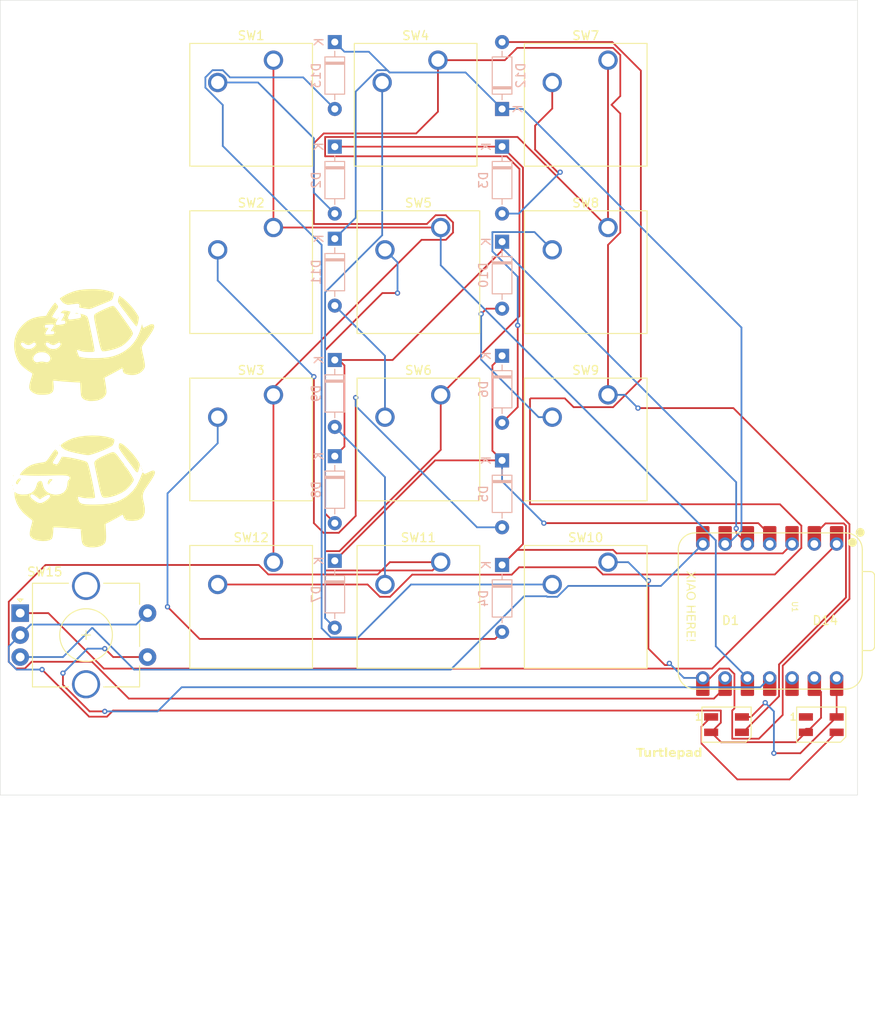
<source format=kicad_pcb>
(kicad_pcb (version 20240108) (generator "pcbnew") (generator_version "8.0")
  (layers (0 "F.Cu" signal) (31 "B.Cu" signal) (34 "B.Paste" user) (35 "F.Paste" user) (36 "B.SilkS" user "B.Silkscreen") (37 "F.SilkS" user "F.Silkscreen") (38 "B.Mask" user) (39 "F.Mask" user) (44 "Edge.Cuts" user))
  (net 0 "")
  (net 1 "Net-(D1-DOUT)")
  (net 2 "+5V")
  (net 3 "Net-(D1-DIN)")
  (net 4 "Net-(D2-K)")
  (net 5 "Net-(D2-A)")
  (net 6 "Net-(D3-A)")
  (net 7 "Net-(D4-A)")
  (net 8 "Net-(D5-A)")
  (net 9 "Net-(D5-K)")
  (net 10 "Net-(D6-A)")
  (net 11 "Net-(D7-A)")
  (net 12 "Net-(D8-A)")
  (net 13 "Net-(D10-K)")
  (net 14 "Net-(D9-A)")
  (net 15 "Net-(D10-A)")
  (net 16 "Net-(D11-A)")
  (net 17 "Net-(D11-K)")
  (net 18 "Net-(D12-A)")
  (net 19 "Net-(D13-A)")
  (net 21 "Net-(U1-GPIO4{slash}MISO)")
  (net 22 "Net-(U1-GPIO1{slash}RX)")
  (net 23 "Net-(U1-GPIO2{slash}SCK)")
  (net 24 "Net-(U1-GPIO26{slash}ADC0{slash}A0)")
  (net 25 "Net-(U1-GPIO3{slash}MOSI)")
  (net 26 "Net-(U1-GPIO0{slash}TX)")
  (net 28 "GND")
  (footprint "Button_Switch_Keyboard:SW_Cherry_MX_1.00u_PCB" (layer "F.Cu") (at 131.1275 68.73875)
    (property "Reference" "SW8" (at -2.54 -2.794 0) (layer "F.SilkS"))
    (property "Value" "SW_Push")
    (pad "" np_thru_hole circle (at -7.62 5.08) (size 1.7 1.7) (drill 1.7) (layers "*.Cu" "*.Mask"))
    (pad "" np_thru_hole circle (at -2.54 5.08) (size 4 4) (drill 4) (layers "*.Cu" "*.Mask"))
    (pad "" np_thru_hole circle (at 2.54 5.08) (size 1.7 1.7) (drill 1.7) (layers "*.Cu" "*.Mask"))
    (pad "1" thru_hole circle (at 0 0) (size 2.2 2.2) (drill 1.5) (layers "*.Cu" "*.Mask") (net 23 "Net-(U1-GPIO2{slash}SCK)"))
    (pad "2" thru_hole circle (at -6.35 2.54) (size 2.2 2.2) (drill 1.5) (layers "*.Cu" "*.Mask") (net 10 "Net-(D6-A)"))
  )
  (footprint "LED_SMD:LED_SK6812MINI_PLCC4_3.5x3.5mm_P1.75mm" (layer "F.Cu") (at 155.4125 125.33125)
    (property "Reference" "D14" (at 0.455 -11.8615 0) (layer "F.SilkS"))
    (property "Value" "SK6812MINI")
    (fp_text user "1" (at -3.2 -0.875 0) (layer "F.SilkS") (effects (font (size 0.8 0.8))))
    (pad "1" smd rect (at -1.75 -0.875) (size 1.6 0.85) (layers "F.Cu" "F.Paste" "F.Mask"))
    (pad "2" smd rect (at -1.75 0.875) (size 1.6 0.85) (layers "F.Cu" "F.Paste" "F.Mask") (net 28 "GND"))
    (pad "3" smd rect (at 1.75 0.875) (size 1.6 0.85) (layers "F.Cu" "F.Paste" "F.Mask") (net 1 "Net-(D1-DOUT)"))
    (pad "4" smd rect (at 1.75 -0.875) (size 1.6 0.85) (layers "F.Cu" "F.Paste" "F.Mask") (net 2 "+5V"))
  )
  (footprint "Button_Switch_Keyboard:SW_Cherry_MX_1.00u_PCB" (layer "F.Cu") (at 93.0275 87.78875)
    (property "Reference" "SW3" (at -2.54 -2.794 0) (layer "F.SilkS"))
    (property "Value" "SW_Push")
    (pad "" np_thru_hole circle (at -7.62 5.08) (size 1.7 1.7) (drill 1.7) (layers "*.Cu" "*.Mask"))
    (pad "" np_thru_hole circle (at -2.54 5.08) (size 4 4) (drill 4) (layers "*.Cu" "*.Mask"))
    (pad "" np_thru_hole circle (at 2.54 5.08) (size 1.7 1.7) (drill 1.7) (layers "*.Cu" "*.Mask"))
    (pad "1" thru_hole circle (at 0 0) (size 2.2 2.2) (drill 1.5) (layers "*.Cu" "*.Mask") (net 22 "Net-(U1-GPIO1{slash}RX)"))
    (pad "2" thru_hole circle (at -6.35 2.54) (size 2.2 2.2) (drill 1.5) (layers "*.Cu" "*.Mask") (net 7 "Net-(D4-A)"))
  )
  (footprint "Button_Switch_Keyboard:SW_Cherry_MX_1.00u_PCB" (layer "F.Cu") (at 93.0275 106.83875)
    (property "Reference" "SW12" (at -2.54 -2.794 0) (layer "F.SilkS"))
    (property "Value" "SW_Push")
    (pad "" np_thru_hole circle (at -7.62 5.08) (size 1.7 1.7) (drill 1.7) (layers "*.Cu" "*.Mask"))
    (pad "" np_thru_hole circle (at -2.54 5.08) (size 4 4) (drill 4) (layers "*.Cu" "*.Mask"))
    (pad "" np_thru_hole circle (at 2.54 5.08) (size 1.7 1.7) (drill 1.7) (layers "*.Cu" "*.Mask"))
    (pad "1" thru_hole circle (at 0 0) (size 2.2 2.2) (drill 1.5) (layers "*.Cu" "*.Mask") (net 22 "Net-(U1-GPIO1{slash}RX)"))
    (pad "2" thru_hole circle (at -6.35 2.54) (size 2.2 2.2) (drill 1.5) (layers "*.Cu" "*.Mask") (net 18 "Net-(D12-A)"))
  )
  (footprint "Button_Switch_Keyboard:SW_Cherry_MX_1.00u_PCB" (layer "F.Cu") (at 131.1275 106.83875)
    (property "Reference" "SW10" (at -2.54 -2.794 0) (layer "F.SilkS"))
    (property "Value" "SW_Push")
    (pad "" np_thru_hole circle (at -7.62 5.08) (size 1.7 1.7) (drill 1.7) (layers "*.Cu" "*.Mask"))
    (pad "" np_thru_hole circle (at -2.54 5.08) (size 4 4) (drill 4) (layers "*.Cu" "*.Mask"))
    (pad "" np_thru_hole circle (at 2.54 5.08) (size 1.7 1.7) (drill 1.7) (layers "*.Cu" "*.Mask"))
    (pad "1" thru_hole circle (at 0 0) (size 2.2 2.2) (drill 1.5) (layers "*.Cu" "*.Mask") (net 22 "Net-(U1-GPIO1{slash}RX)"))
    (pad "2" thru_hole circle (at -6.35 2.54) (size 2.2 2.2) (drill 1.5) (layers "*.Cu" "*.Mask") (net 19 "Net-(D13-A)"))
  )
  (footprint "Button_Switch_Keyboard:SW_Cherry_MX_1.00u_PCB" (layer "F.Cu") (at 131.1275 49.68875)
    (property "Reference" "SW7" (at -2.54 -2.794 0) (layer "F.SilkS"))
    (property "Value" "SW_Push")
    (pad "" np_thru_hole circle (at -7.62 5.08) (size 1.7 1.7) (drill 1.7) (layers "*.Cu" "*.Mask"))
    (pad "" np_thru_hole circle (at -2.54 5.08) (size 4 4) (drill 4) (layers "*.Cu" "*.Mask"))
    (pad "" np_thru_hole circle (at 2.54 5.08) (size 1.7 1.7) (drill 1.7) (layers "*.Cu" "*.Mask"))
    (pad "1" thru_hole circle (at 0 0) (size 2.2 2.2) (drill 1.5) (layers "*.Cu" "*.Mask") (net 23 "Net-(U1-GPIO2{slash}SCK)"))
    (pad "2" thru_hole circle (at -6.35 2.54) (size 2.2 2.2) (drill 1.5) (layers "*.Cu" "*.Mask") (net 6 "Net-(D3-A)"))
  )
  (footprint "Button_Switch_Keyboard:SW_Cherry_MX_1.00u_PCB" (layer "F.Cu") (at 112.0775 68.73875)
    (property "Reference" "SW5" (at -2.54 -2.794 0) (layer "F.SilkS"))
    (property "Value" "SW_Push")
    (pad "" np_thru_hole circle (at -7.62 5.08) (size 1.7 1.7) (drill 1.7) (layers "*.Cu" "*.Mask"))
    (pad "" np_thru_hole circle (at -2.54 5.08) (size 4 4) (drill 4) (layers "*.Cu" "*.Mask"))
    (pad "" np_thru_hole circle (at 2.54 5.08) (size 1.7 1.7) (drill 1.7) (layers "*.Cu" "*.Mask"))
    (pad "1" thru_hole circle (at 0 0) (size 2.2 2.2) (drill 1.5) (layers "*.Cu" "*.Mask") (net 21 "Net-(U1-GPIO4{slash}MISO)"))
    (pad "2" thru_hole circle (at -6.35 2.54) (size 2.2 2.2) (drill 1.5) (layers "*.Cu" "*.Mask") (net 12 "Net-(D8-A)"))
  )
  (footprint "LOGO" (layer "F.Cu") (at 71.4375 97.63125)
    (property "Reference" "G***" (hide yes))
    (property "Value" "LOGO" (hide yes))
  )
  (footprint "tlibfootprint:XIAO-RP2040-DIP" (layer "F.Cu") (at 149.5425 112.395 -90)
    (property "Reference" "U1" (at -0.47625 -2.8575 -90) (layer "F.SilkS") (effects (font (size 0.635 0.635) (thickness 0.1016))))
    (property "Value" "XIAO-RP2040-DIP")
    (pad "1" smd roundrect (at -8.455 -7.62 90) (size 2.432 1.524) (layers "F.Cu" "F.Mask") (roundrect_rratio 0.1) (net 24 "Net-(U1-GPIO26{slash}ADC0{slash}A0)"))
    (pad "1" thru_hole circle (at -7.62 -7.62 90) (size 1.524 1.524) (drill 0.889) (layers "*.Cu" "*.Mask") (net 24 "Net-(U1-GPIO26{slash}ADC0{slash}A0)"))
    (pad "2" smd roundrect (at -8.455 -5.08 90) (size 2.432 1.524) (layers "F.Cu" "F.Mask") (roundrect_rratio 0.1) (net 3 "Net-(D1-DIN)"))
    (pad "2" thru_hole circle (at -7.62 -5.08 90) (size 1.524 1.524) (drill 0.889) (layers "*.Cu" "*.Mask") (net 3 "Net-(D1-DIN)"))
    (pad "3" smd roundrect (at -8.455 -2.54 90) (size 2.432 1.524) (layers "F.Cu" "F.Mask") (roundrect_rratio 0.1) (net 4 "Net-(D2-K)"))
    (pad "3" thru_hole circle (at -7.62 -2.54 90) (size 1.524 1.524) (drill 0.889) (layers "*.Cu" "*.Mask") (net 4 "Net-(D2-K)"))
    (pad "4" smd roundrect (at -8.455 0 90) (size 2.432 1.524) (layers "F.Cu" "F.Mask") (roundrect_rratio 0.1) (net 9 "Net-(D5-K)"))
    (pad "4" thru_hole circle (at -7.62 0 90) (size 1.524 1.524) (drill 0.889) (layers "*.Cu" "*.Mask") (net 9 "Net-(D5-K)"))
    (pad "5" smd roundrect (at -8.455 2.54 90) (size 2.432 1.524) (layers "F.Cu" "F.Mask") (roundrect_rratio 0.1) (net 13 "Net-(D10-K)"))
    (pad "5" thru_hole circle (at -7.62 2.54 90) (size 1.524 1.524) (drill 0.889) (layers "*.Cu" "*.Mask") (net 13 "Net-(D10-K)"))
    (pad "6" smd roundrect (at -8.455 5.08 90) (size 2.432 1.524) (layers "F.Cu" "F.Mask") (roundrect_rratio 0.1) (net 17 "Net-(D11-K)"))
    (pad "6" thru_hole circle (at -7.62 5.08 90) (size 1.524 1.524) (drill 0.889) (layers "*.Cu" "*.Mask") (net 17 "Net-(D11-K)"))
    (pad "7" smd roundrect (at -8.455 7.62 90) (size 2.432 1.524) (layers "F.Cu" "F.Mask") (roundrect_rratio 0.1) (net 26 "Net-(U1-GPIO0{slash}TX)"))
    (pad "7" thru_hole circle (at -7.62 7.62 90) (size 1.524 1.524) (drill 0.889) (layers "*.Cu" "*.Mask") (net 26 "Net-(U1-GPIO0{slash}TX)"))
    (pad "8" thru_hole circle (at 7.62 7.62 270) (size 1.524 1.524) (drill 0.889) (layers "*.Cu" "*.Mask") (net 22 "Net-(U1-GPIO1{slash}RX)"))
    (pad "8" smd roundrect (at 8.455 7.62 270) (size 2.432 1.524) (layers "F.Cu" "F.Mask") (roundrect_rratio 0.1) (net 22 "Net-(U1-GPIO1{slash}RX)"))
    (pad "9" thru_hole circle (at 7.62 5.08 270) (size 1.524 1.524) (drill 0.889) (layers "*.Cu" "*.Mask") (net 23 "Net-(U1-GPIO2{slash}SCK)"))
    (pad "9" smd roundrect (at 8.455 5.08 270) (size 2.432 1.524) (layers "F.Cu" "F.Mask") (roundrect_rratio 0.1) (net 23 "Net-(U1-GPIO2{slash}SCK)"))
    (pad "10" thru_hole circle (at 7.62 2.54 270) (size 1.524 1.524) (drill 0.889) (layers "*.Cu" "*.Mask") (net 21 "Net-(U1-GPIO4{slash}MISO)"))
    (pad "10" smd roundrect (at 8.455 2.54 270) (size 2.432 1.524) (layers "F.Cu" "F.Mask") (roundrect_rratio 0.1) (net 21 "Net-(U1-GPIO4{slash}MISO)"))
    (pad "11" thru_hole circle (at 7.62 0 270) (size 1.524 1.524) (drill 0.889) (layers "*.Cu" "*.Mask") (net 25 "Net-(U1-GPIO3{slash}MOSI)"))
    (pad "11" smd roundrect (at 8.455 0 270) (size 2.432 1.524) (layers "F.Cu" "F.Mask") (roundrect_rratio 0.1) (net 25 "Net-(U1-GPIO3{slash}MOSI)"))
    (pad "12" thru_hole circle (at 7.62 -2.54 270) (size 1.524 1.524) (drill 0.889) (layers "*.Cu" "*.Mask"))
    (pad "12" smd roundrect (at 8.455 -2.54 270) (size 2.432 1.524) (layers "F.Cu" "F.Mask") (roundrect_rratio 0.1))
    (pad "13" thru_hole circle (at 7.62 -5.08 270) (size 1.524 1.524) (drill 0.889) (layers "*.Cu" "*.Mask") (net 28 "GND"))
    (pad "13" smd roundrect (at 8.455 -5.08 270) (size 2.432 1.524) (layers "F.Cu" "F.Mask") (roundrect_rratio 0.1) (net 28 "GND"))
    (pad "14" thru_hole circle (at 7.62 -7.62 270) (size 1.524 1.524) (drill 0.889) (layers "*.Cu" "*.Mask") (net 2 "+5V"))
    (pad "14" smd roundrect (at 8.455 -7.62 270) (size 2.432 1.524) (layers "F.Cu" "F.Mask") (roundrect_rratio 0.1) (net 2 "+5V"))
  )
  (footprint "Button_Switch_Keyboard:SW_Cherry_MX_1.00u_PCB" (layer "F.Cu") (at 111.76 49.68875)
    (property "Reference" "SW4" (at -2.54 -2.794 0) (layer "F.SilkS"))
    (property "Value" "SW_Push")
    (pad "" np_thru_hole circle (at -7.62 5.08) (size 1.7 1.7) (drill 1.7) (layers "*.Cu" "*.Mask"))
    (pad "" np_thru_hole circle (at -2.54 5.08) (size 4 4) (drill 4) (layers "*.Cu" "*.Mask"))
    (pad "" np_thru_hole circle (at 2.54 5.08) (size 1.7 1.7) (drill 1.7) (layers "*.Cu" "*.Mask"))
    (pad "1" thru_hole circle (at 0 0) (size 2.2 2.2) (drill 1.5) (layers "*.Cu" "*.Mask") (net 22 "Net-(U1-GPIO1{slash}RX)"))
    (pad "2" thru_hole circle (at -6.35 2.54) (size 2.2 2.2) (drill 1.5) (layers "*.Cu" "*.Mask") (net 11 "Net-(D7-A)"))
  )
  (footprint "Button_Switch_Keyboard:SW_Cherry_MX_1.00u_PCB" (layer "F.Cu") (at 112.0775 106.83875)
    (property "Reference" "SW11" (at -2.54 -2.794 0) (layer "F.SilkS"))
    (property "Value" "SW_Push")
    (pad "" np_thru_hole circle (at -7.62 5.08) (size 1.7 1.7) (drill 1.7) (layers "*.Cu" "*.Mask"))
    (pad "" np_thru_hole circle (at -2.54 5.08) (size 4 4) (drill 4) (layers "*.Cu" "*.Mask"))
    (pad "" np_thru_hole circle (at 2.54 5.08) (size 1.7 1.7) (drill 1.7) (layers "*.Cu" "*.Mask"))
    (pad "1" thru_hole circle (at 0 0) (size 2.2 2.2) (drill 1.5) (layers "*.Cu" "*.Mask") (net 23 "Net-(U1-GPIO2{slash}SCK)"))
    (pad "2" thru_hole circle (at -6.35 2.54) (size 2.2 2.2) (drill 1.5) (layers "*.Cu" "*.Mask") (net 14 "Net-(D9-A)"))
  )
  (footprint "Button_Switch_Keyboard:SW_Cherry_MX_1.00u_PCB" (layer "F.Cu") (at 131.1275 87.78875)
    (property "Reference" "SW9" (at -2.54 -2.794 0) (layer "F.SilkS"))
    (property "Value" "SW_Push")
    (pad "" np_thru_hole circle (at -7.62 5.08) (size 1.7 1.7) (drill 1.7) (layers "*.Cu" "*.Mask"))
    (pad "" np_thru_hole circle (at -2.54 5.08) (size 4 4) (drill 4) (layers "*.Cu" "*.Mask"))
    (pad "" np_thru_hole circle (at 2.54 5.08) (size 1.7 1.7) (drill 1.7) (layers "*.Cu" "*.Mask"))
    (pad "1" thru_hole circle (at 0 0) (size 2.2 2.2) (drill 1.5) (layers "*.Cu" "*.Mask") (net 22 "Net-(U1-GPIO1{slash}RX)"))
    (pad "2" thru_hole circle (at -6.35 2.54) (size 2.2 2.2) (drill 1.5) (layers "*.Cu" "*.Mask") (net 15 "Net-(D10-A)"))
  )
  (footprint "Button_Switch_Keyboard:SW_Cherry_MX_1.00u_PCB" (layer "F.Cu") (at 93.0275 49.68875)
    (property "Reference" "SW1" (at -2.54 -2.794 0) (layer "F.SilkS"))
    (property "Value" "SW_Push")
    (pad "" np_thru_hole circle (at -7.62 5.08) (size 1.7 1.7) (drill 1.7) (layers "*.Cu" "*.Mask"))
    (pad "" np_thru_hole circle (at -2.54 5.08) (size 4 4) (drill 4) (layers "*.Cu" "*.Mask"))
    (pad "" np_thru_hole circle (at 2.54 5.08) (size 1.7 1.7) (drill 1.7) (layers "*.Cu" "*.Mask"))
    (pad "1" thru_hole circle (at 0 0) (size 2.2 2.2) (drill 1.5) (layers "*.Cu" "*.Mask") (net 21 "Net-(U1-GPIO4{slash}MISO)"))
    (pad "2" thru_hole circle (at -6.35 2.54) (size 2.2 2.2) (drill 1.5) (layers "*.Cu" "*.Mask") (net 5 "Net-(D2-A)"))
  )
  (footprint "LOGO" (layer "F.Cu") (at 71.4375 80.9625)
    (property "Reference" "G***" (hide yes))
    (property "Value" "LOGO" (hide yes))
  )
  (footprint "Button_Switch_Keyboard:SW_Cherry_MX_1.00u_PCB" (layer "F.Cu") (at 112.0775 87.78875)
    (property "Reference" "SW6" (at -2.54 -2.794 0) (layer "F.SilkS"))
    (property "Value" "SW_Push")
    (pad "" np_thru_hole circle (at -7.62 5.08) (size 1.7 1.7) (drill 1.7) (layers "*.Cu" "*.Mask"))
    (pad "" np_thru_hole circle (at -2.54 5.08) (size 4 4) (drill 4) (layers "*.Cu" "*.Mask"))
    (pad "" np_thru_hole circle (at 2.54 5.08) (size 1.7 1.7) (drill 1.7) (layers "*.Cu" "*.Mask"))
    (pad "1" thru_hole circle (at 0 0) (size 2.2 2.2) (drill 1.5) (layers "*.Cu" "*.Mask") (net 23 "Net-(U1-GPIO2{slash}SCK)"))
    (pad "2" thru_hole circle (at -6.35 2.54) (size 2.2 2.2) (drill 1.5) (layers "*.Cu" "*.Mask") (net 16 "Net-(D11-A)"))
  )
  (footprint "Button_Switch_Keyboard:SW_Cherry_MX_1.00u_PCB" (layer "F.Cu") (at 93.0275 68.73875)
    (property "Reference" "SW2" (at -2.54 -2.794 0) (layer "F.SilkS"))
    (property "Value" "SW_Push")
    (pad "" np_thru_hole circle (at -7.62 5.08) (size 1.7 1.7) (drill 1.7) (layers "*.Cu" "*.Mask"))
    (pad "" np_thru_hole circle (at -2.54 5.08) (size 4 4) (drill 4) (layers "*.Cu" "*.Mask"))
    (pad "" np_thru_hole circle (at 2.54 5.08) (size 1.7 1.7) (drill 1.7) (layers "*.Cu" "*.Mask"))
    (pad "1" thru_hole circle (at 0 0) (size 2.2 2.2) (drill 1.5) (layers "*.Cu" "*.Mask") (net 21 "Net-(U1-GPIO4{slash}MISO)"))
    (pad "2" thru_hole circle (at -6.35 2.54) (size 2.2 2.2) (drill 1.5) (layers "*.Cu" "*.Mask") (net 8 "Net-(D5-A)"))
  )
  (footprint "Rotary_Encoder:RotaryEncoder_Alps_EC11E-Switch_Vertical_H20mm_CircularMountingHoles" (layer "F.Cu") (at 64.1875 112.6375)
    (property "Reference" "SW15" (at 2.8 -4.7 0) (layer "F.SilkS"))
    (property "Value" "RotaryEncoder_Switch")
    (pad "A" thru_hole rect (at 0 0) (size 2 2) (drill 1) (layers "*.Cu" "*.Mask") (net 24 "Net-(U1-GPIO26{slash}ADC0{slash}A0)"))
    (pad "B" thru_hole circle (at 0 5) (size 2 2) (drill 1) (layers "*.Cu" "*.Mask") (net 26 "Net-(U1-GPIO0{slash}TX)"))
    (pad "C" thru_hole circle (at 0 2.5) (size 2 2) (drill 1) (layers "*.Cu" "*.Mask") (net 28 "GND"))
    (pad "MP" thru_hole circle (at 7.5 -3.1) (size 3.2 3.2) (drill 2.6) (layers "*.Cu" "*.Mask"))
    (pad "MP" thru_hole circle (at 7.5 8.1) (size 3.2 3.2) (drill 2.6) (layers "*.Cu" "*.Mask"))
    (pad "S1" thru_hole circle (at 14.5 5) (size 2 2) (drill 1) (layers "*.Cu" "*.Mask") (net 25 "Net-(U1-GPIO3{slash}MOSI)"))
    (pad "S2" thru_hole circle (at 14.5 0) (size 2 2) (drill 1) (layers "*.Cu" "*.Mask") (net 28 "GND"))
  )
  (footprint "LED_SMD:LED_SK6812MINI_PLCC4_3.5x3.5mm_P1.75mm" (layer "F.Cu") (at 144.625 125.33125)
    (property "Reference" "D1" (at 0.455 -11.8615 0) (layer "F.SilkS"))
    (property "Value" "SK6812MINI")
    (fp_text user "1" (at -3.2 -0.875 0) (layer "F.SilkS") (effects (font (size 0.8 0.8))))
    (pad "1" smd rect (at -1.75 -0.875) (size 1.6 0.85) (layers "F.Cu" "F.Paste" "F.Mask") (net 1 "Net-(D1-DOUT)"))
    (pad "2" smd rect (at -1.75 0.875) (size 1.6 0.85) (layers "F.Cu" "F.Paste" "F.Mask") (net 28 "GND"))
    (pad "3" smd rect (at 1.75 0.875) (size 1.6 0.85) (layers "F.Cu" "F.Paste" "F.Mask") (net 3 "Net-(D1-DIN)"))
    (pad "4" smd rect (at 1.75 -0.875) (size 1.6 0.85) (layers "F.Cu" "F.Paste" "F.Mask") (net 2 "+5V"))
  )
  (footprint "Diode_THT:D_DO-35_SOD27_P7.62mm_Horizontal" (layer "B.Cu") (at 100.0125 83.82 -90)
    (property "Reference" "D9" (at 3.81 2.12 90) (layer "B.SilkS") (effects (justify mirror)))
    (property "Value" "D")
    (fp_text user "K" (at 0 1.8 90) (layer "B.SilkS") (effects (justify mirror)))
    (pad "1" thru_hole rect (at 0 0 270) (size 1.6 1.6) (drill 0.8) (layers "*.Cu" "*.Mask") (net 13 "Net-(D10-K)"))
    (pad "2" thru_hole oval (at 7.62 0 270) (size 1.6 1.6) (drill 0.8) (layers "*.Cu" "*.Mask") (net 14 "Net-(D9-A)"))
  )
  (footprint "Diode_THT:D_DO-35_SOD27_P7.62mm_Horizontal" (layer "B.Cu") (at 100.0125 70.00875 -90)
    (property "Reference" "D11" (at 3.81 2.12 90) (layer "B.SilkS") (effects (justify mirror)))
    (property "Value" "D")
    (fp_text user "K" (at 0 1.8 90) (layer "B.SilkS") (effects (justify mirror)))
    (pad "1" thru_hole rect (at 0 0 270) (size 1.6 1.6) (drill 0.8) (layers "*.Cu" "*.Mask") (net 17 "Net-(D11-K)"))
    (pad "2" thru_hole oval (at 7.62 0 270) (size 1.6 1.6) (drill 0.8) (layers "*.Cu" "*.Mask") (net 16 "Net-(D11-A)"))
  )
  (footprint "Diode_THT:D_DO-35_SOD27_P7.62mm_Horizontal" (layer "B.Cu") (at 119.0625 59.53125 -90)
    (property "Reference" "D3" (at 3.81 2.12 90) (layer "B.SilkS") (effects (justify mirror)))
    (property "Value" "D")
    (fp_text user "K" (at 0 1.8 90) (layer "B.SilkS") (effects (justify mirror)))
    (pad "1" thru_hole rect (at 0 0 270) (size 1.6 1.6) (drill 0.8) (layers "*.Cu" "*.Mask") (net 4 "Net-(D2-K)"))
    (pad "2" thru_hole oval (at 7.62 0 270) (size 1.6 1.6) (drill 0.8) (layers "*.Cu" "*.Mask") (net 6 "Net-(D3-A)"))
  )
  (footprint "Diode_THT:D_DO-35_SOD27_P7.62mm_Horizontal" (layer "B.Cu") (at 100.0125 106.68 -90)
    (property "Reference" "D7" (at 3.81 2.12 90) (layer "B.SilkS") (effects (justify mirror)))
    (property "Value" "D")
    (fp_text user "K" (at 0 1.8 90) (layer "B.SilkS") (effects (justify mirror)))
    (pad "1" thru_hole rect (at 0 0 270) (size 1.6 1.6) (drill 0.8) (layers "*.Cu" "*.Mask") (net 9 "Net-(D5-K)"))
    (pad "2" thru_hole oval (at 7.62 0 270) (size 1.6 1.6) (drill 0.8) (layers "*.Cu" "*.Mask") (net 11 "Net-(D7-A)"))
  )
  (footprint "Diode_THT:D_DO-35_SOD27_P7.62mm_Horizontal" (layer "B.Cu") (at 119.0625 83.34375 -90)
    (property "Reference" "D6" (at 3.81 2.12 90) (layer "B.SilkS") (effects (justify mirror)))
    (property "Value" "D")
    (fp_text user "K" (at 0 1.8 90) (layer "B.SilkS") (effects (justify mirror)))
    (pad "1" thru_hole rect (at 0 0 270) (size 1.6 1.6) (drill 0.8) (layers "*.Cu" "*.Mask") (net 9 "Net-(D5-K)"))
    (pad "2" thru_hole oval (at 7.62 0 270) (size 1.6 1.6) (drill 0.8) (layers "*.Cu" "*.Mask") (net 10 "Net-(D6-A)"))
  )
  (footprint "Diode_THT:D_DO-35_SOD27_P7.62mm_Horizontal" (layer "B.Cu") (at 119.0625 55.245 90)
    (property "Reference" "D12" (at 3.81 2.12 90) (layer "B.SilkS") (effects (justify mirror)))
    (property "Value" "D")
    (fp_text user "K" (at 0 1.8 90) (layer "B.SilkS") (effects (justify mirror)))
    (pad "1" thru_hole rect (at 0 0 90) (size 1.6 1.6) (drill 0.8) (layers "*.Cu" "*.Mask") (net 17 "Net-(D11-K)"))
    (pad "2" thru_hole oval (at 7.62 0 90) (size 1.6 1.6) (drill 0.8) (layers "*.Cu" "*.Mask") (net 18 "Net-(D12-A)"))
  )
  (footprint "Diode_THT:D_DO-35_SOD27_P7.62mm_Horizontal" (layer "B.Cu") (at 119.0625 70.35625 -90)
    (property "Reference" "D10" (at 3.81 2.12 90) (layer "B.SilkS") (effects (justify mirror)))
    (property "Value" "D")
    (fp_text user "K" (at 0 1.8 90) (layer "B.SilkS") (effects (justify mirror)))
    (pad "1" thru_hole rect (at 0 0 270) (size 1.6 1.6) (drill 0.8) (layers "*.Cu" "*.Mask") (net 13 "Net-(D10-K)"))
    (pad "2" thru_hole oval (at 7.62 0 270) (size 1.6 1.6) (drill 0.8) (layers "*.Cu" "*.Mask") (net 15 "Net-(D10-A)"))
  )
  (footprint "Diode_THT:D_DO-35_SOD27_P7.62mm_Horizontal" (layer "B.Cu") (at 100.0125 94.77375 -90)
    (property "Reference" "D8" (at 3.81 2.12 90) (layer "B.SilkS") (effects (justify mirror)))
    (property "Value" "D")
    (fp_text user "K" (at 0 1.8 90) (layer "B.SilkS") (effects (justify mirror)))
    (pad "1" thru_hole rect (at 0 0 270) (size 1.6 1.6) (drill 0.8) (layers "*.Cu" "*.Mask") (net 13 "Net-(D10-K)"))
    (pad "2" thru_hole oval (at 7.62 0 270) (size 1.6 1.6) (drill 0.8) (layers "*.Cu" "*.Mask") (net 12 "Net-(D8-A)"))
  )
  (footprint "Diode_THT:D_DO-35_SOD27_P7.62mm_Horizontal" (layer "B.Cu") (at 119.0625 107.15625 -90)
    (property "Reference" "D4" (at 3.81 2.12 90) (layer "B.SilkS") (effects (justify mirror)))
    (property "Value" "D")
    (fp_text user "K" (at 0 1.8 90) (layer "B.SilkS") (effects (justify mirror)))
    (pad "1" thru_hole rect (at 0 0 270) (size 1.6 1.6) (drill 0.8) (layers "*.Cu" "*.Mask") (net 4 "Net-(D2-K)"))
    (pad "2" thru_hole oval (at 7.62 0 270) (size 1.6 1.6) (drill 0.8) (layers "*.Cu" "*.Mask") (net 7 "Net-(D4-A)"))
  )
  (footprint "Diode_THT:D_DO-35_SOD27_P7.62mm_Horizontal" (layer "B.Cu") (at 119.0625 95.25 -90)
    (property "Reference" "D5" (at 3.81 2.12 90) (layer "B.SilkS") (effects (justify mirror)))
    (property "Value" "D")
    (fp_text user "K" (at 0 1.8 90) (layer "B.SilkS") (effects (justify mirror)))
    (pad "1" thru_hole rect (at 0 0 270) (size 1.6 1.6) (drill 0.8) (layers "*.Cu" "*.Mask") (net 9 "Net-(D5-K)"))
    (pad "2" thru_hole oval (at 7.62 0 270) (size 1.6 1.6) (drill 0.8) (layers "*.Cu" "*.Mask") (net 8 "Net-(D5-A)"))
  )
  (footprint "Diode_THT:D_DO-35_SOD27_P7.62mm_Horizontal" (layer "B.Cu") (at 100.0125 47.625 -90)
    (property "Reference" "D13" (at 3.81 2.12 90) (layer "B.SilkS") (effects (justify mirror)))
    (property "Value" "D")
    (fp_text user "K" (at 0 1.8 90) (layer "B.SilkS") (effects (justify mirror)))
    (pad "1" thru_hole rect (at 0 0 270) (size 1.6 1.6) (drill 0.8) (layers "*.Cu" "*.Mask") (net 17 "Net-(D11-K)"))
    (pad "2" thru_hole oval (at 7.62 0 270) (size 1.6 1.6) (drill 0.8) (layers "*.Cu" "*.Mask") (net 19 "Net-(D13-A)"))
  )
  (footprint "Diode_THT:D_DO-35_SOD27_P7.62mm_Horizontal" (layer "B.Cu") (at 100.0125 59.53125 -90)
    (property "Reference" "D2" (at 3.81 2.12 90) (layer "B.SilkS") (effects (justify mirror)))
    (property "Value" "D")
    (fp_text user "K" (at 0 1.8 90) (layer "B.SilkS") (effects (justify mirror)))
    (pad "1" thru_hole rect (at 0 0 270) (size 1.6 1.6) (drill 0.8) (layers "*.Cu" "*.Mask") (net 4 "Net-(D2-K)"))
    (pad "2" thru_hole oval (at 7.62 0 270) (size 1.6 1.6) (drill 0.8) (layers "*.Cu" "*.Mask") (net 5 "Net-(D2-A)"))
  )
  (gr_rect (start 61.9125 42.8625) (end 159.54375 133.35) (stroke (width 0.05)) (fill none) (layer "Edge.Cuts"))
  (gr_text "Turtlepad" (at 138.1125 128.5875 0) (layer "F.SilkS") (effects (font (size 1 1) (thickness 0.1))))
  (gr_text "XIAO HERE!" (at 140.49375 111.91875 -90) (layer "F.SilkS") (effects (font (size 1 1) (thickness 0.1))))
  (segment (start 141.775 127.4875) (end 141.775 125.55625) (width 0.2) (layer "F.Cu") (net 1))
  (segment (start 145.85625 131.56875) (end 141.775 127.4875) (width 0.2) (layer "F.Cu") (net 1))
  (segment (start 157.1625 126.20625) (end 151.8 131.56875) (width 0.2) (layer "F.Cu") (net 1))
  (segment (start 141.775 125.55625) (end 142.875 124.45625) (width 0.2) (layer "F.Cu") (net 1))
  (segment (start 151.8 131.56875) (end 145.85625 131.56875) (width 0.2) (layer "F.Cu") (net 1))
  (segment (start 157.1625 120.015) (end 157.1625 124.45625) (width 0.2) (layer "F.Cu") (net 2))
  (segment (start 157.1625 124.45625) (end 153.03125 128.5875) (width 0.2) (layer "F.Cu") (net 2))
  (segment (start 146.375 124.45625) (end 147.404934 124.45625) (width 0.2) (layer "F.Cu") (net 2))
  (segment (start 147.404934 124.45625) (end 149.027467 122.833717) (width 0.2) (layer "F.Cu") (net 2))
  (segment (start 153.03125 128.5875) (end 150.01875 128.5875) (width 0.2) (layer "F.Cu") (net 2))
  (via (at 149.027467 122.833717) (size 0.6) (drill 0.3) (layers "F.Cu" "B.Cu") (net 2))
  (via (at 150.01875 128.5875) (size 0.6) (drill 0.3) (layers "F.Cu" "B.Cu") (net 2))
  (segment (start 150.01875 128.5875) (end 150.01875 123.825) (width 0.2) (layer "B.Cu") (net 2))
  (segment (start 150.01875 123.825) (end 149.027467 122.833717) (width 0.2) (layer "B.Cu") (net 2))
  (segment (start 154.6225 104.775) (end 154.6225 103.69737) (width 0.2) (layer "F.Cu") (net 3))
  (segment (start 158.2245 102.684786) (end 158.2245 110.85675) (width 0.2) (layer "F.Cu") (net 3))
  (segment (start 150.6045 118.47675) (end 150.6045 122.105214) (width 0.2) (layer "F.Cu") (net 3))
  (segment (start 150.6045 122.105214) (end 146.503464 126.20625) (width 0.2) (layer "F.Cu") (net 3))
  (segment (start 154.6225 103.69737) (end 155.89587 102.424) (width 0.2) (layer "F.Cu") (net 3))
  (segment (start 157.963714 102.424) (end 158.2245 102.684786) (width 0.2) (layer "F.Cu") (net 3))
  (segment (start 155.89587 102.424) (end 157.963714 102.424) (width 0.2) (layer "F.Cu") (net 3))
  (segment (start 146.503464 126.20625) (end 146.375 126.20625) (width 0.2) (layer "F.Cu") (net 3))
  (segment (start 158.2245 110.85675) (end 150.6045 118.47675) (width 0.2) (layer "F.Cu") (net 3))
  (segment (start 152.0825 104.775) (end 151.0205 105.837) (width 0.2) (layer "F.Cu") (net 4))
  (segment (start 132.105649 105.837) (end 131.707399 105.43875) (width 0.2) (layer "F.Cu") (net 4))
  (segment (start 151.0205 105.837) (end 132.105649 105.837) (width 0.2) (layer "F.Cu") (net 4))
  (segment (start 121.44375 61.9125) (end 119.0625 59.53125) (width 0.2) (layer "F.Cu") (net 4))
  (segment (start 131.707399 105.43875) (end 120.78 105.43875) (width 0.2) (layer "F.Cu") (net 4))
  (segment (start 119.0625 107.15625) (end 121.44375 104.775) (width 0.2) (layer "F.Cu") (net 4))
  (segment (start 119.0625 59.53125) (end 100.0125 59.53125) (width 0.2) (layer "F.Cu") (net 4))
  (segment (start 120.78 105.43875) (end 119.0625 107.15625) (width 0.2) (layer "F.Cu") (net 4))
  (segment (start 121.44375 104.775) (end 121.44375 61.9125) (width 0.2) (layer "F.Cu") (net 4))
  (segment (start 97.63125 58.589098) (end 97.63125 64.77) (width 0.2) (layer "B.Cu") (net 5))
  (segment (start 91.270902 52.22875) (end 97.63125 58.589098) (width 0.2) (layer "B.Cu") (net 5))
  (segment (start 97.63125 64.77) (end 100.0125 67.15125) (width 0.2) (layer "B.Cu") (net 5))
  (segment (start 86.6775 52.22875) (end 91.270902 52.22875) (width 0.2) (layer "B.Cu") (net 5))
  (segment (start 124.7775 55.195806) (end 122.823306 57.15) (width 0.2) (layer "F.Cu") (net 6))
  (segment (start 122.823306 59.86887) (end 125.536593 62.582157) (width 0.2) (layer "F.Cu") (net 6))
  (segment (start 124.7775 52.22875) (end 124.7775 55.195806) (width 0.2) (layer "F.Cu") (net 6))
  (segment (start 122.823306 57.15) (end 122.823306 59.86887) (width 0.2) (layer "F.Cu") (net 6))
  (segment (start 125.536593 62.582157) (end 125.678015 62.440735) (width 0.2) (layer "F.Cu") (net 6))
  (via (at 125.678015 62.440735) (size 0.6) (drill 0.3) (layers "F.Cu" "B.Cu") (net 6))
  (segment (start 125.678015 62.440735) (end 120.9675 67.15125) (width 0.2) (layer "B.Cu") (net 6))
  (segment (start 120.9675 67.15125) (end 119.0625 67.15125) (width 0.2) (layer "B.Cu") (net 6))
  (segment (start 119.0625 114.77625) (end 118.262501 115.576249) (width 0.2) (layer "F.Cu") (net 7))
  (segment (start 84.619999 115.576249) (end 80.9625 111.91875) (width 0.2) (layer "F.Cu") (net 7))
  (segment (start 118.262501 115.576249) (end 84.619999 115.576249) (width 0.2) (layer "F.Cu") (net 7))
  (via (at 80.9625 111.91875) (size 0.6) (drill 0.3) (layers "F.Cu" "B.Cu") (net 7))
  (segment (start 86.6775 93.295806) (end 86.6775 90.32875) (width 0.2) (layer "B.Cu") (net 7))
  (segment (start 80.9625 111.91875) (end 80.9625 99.010806) (width 0.2) (layer "B.Cu") (net 7))
  (segment (start 80.9625 99.010806) (end 86.6775 93.295806) (width 0.2) (layer "B.Cu") (net 7))
  (segment (start 102.39375 101.568135) (end 100.468135 103.49375) (width 0.2) (layer "F.Cu") (net 8))
  (segment (start 98.73125 103.49375) (end 97.63125 102.39375) (width 0.2) (layer "F.Cu") (net 8))
  (segment (start 100.468135 103.49375) (end 98.73125 103.49375) (width 0.2) (layer "F.Cu") (net 8))
  (segment (start 102.39375 88.10625) (end 102.39375 101.568135) (width 0.2) (layer "F.Cu") (net 8))
  (segment (start 97.63125 102.39375) (end 97.63125 85.725) (width 0.2) (layer "F.Cu") (net 8))
  (via (at 102.39375 88.10625) (size 0.6) (drill 0.3) (layers "F.Cu" "B.Cu") (net 8))
  (via (at 97.63125 85.725) (size 0.6) (drill 0.3) (layers "F.Cu" "B.Cu") (net 8))
  (segment (start 102.39375 89.048402) (end 102.39375 88.10625) (width 0.2) (layer "B.Cu") (net 8))
  (segment (start 119.0625 102.87) (end 116.215348 102.87) (width 0.2) (layer "B.Cu") (net 8))
  (segment (start 116.215348 102.87) (end 102.39375 89.048402) (width 0.2) (layer "B.Cu") (net 8))
  (segment (start 86.6775 74.77125) (end 86.6775 71.27875) (width 0.2) (layer "B.Cu") (net 8))
  (segment (start 97.63125 85.725) (end 86.6775 74.77125) (width 0.2) (layer "B.Cu") (net 8))
  (segment (start 149.5425 104.775) (end 149.5425 103.69737) (width 0.2) (layer "F.Cu") (net 9))
  (segment (start 148.23888 102.39375) (end 123.825 102.39375) (width 0.2) (layer "F.Cu") (net 9))
  (segment (start 117.9625 94.15) (end 117.9625 84.44375) (width 0.2) (layer "F.Cu") (net 9))
  (segment (start 119.0625 95.25) (end 111.4425 95.25) (width 0.2) (layer "F.Cu") (net 9))
  (segment (start 117.9625 84.44375) (end 119.0625 83.34375) (width 0.2) (layer "F.Cu") (net 9))
  (segment (start 111.4425 95.25) (end 100.0125 106.68) (width 0.2) (layer "F.Cu") (net 9))
  (segment (start 119.0625 95.25) (end 117.9625 94.15) (width 0.2) (layer "F.Cu") (net 9))
  (segment (start 149.5425 103.69737) (end 148.23888 102.39375) (width 0.2) (layer "F.Cu") (net 9))
  (via (at 123.825 102.39375) (size 0.6) (drill 0.3) (layers "F.Cu" "B.Cu") (net 9))
  (segment (start 119.0625 97.63125) (end 119.0625 95.25) (width 0.2) (layer "B.Cu") (net 9))
  (segment (start 123.825 102.39375) (end 119.0625 97.63125) (width 0.2) (layer "B.Cu") (net 9))
  (segment (start 120.84375 89.1825) (end 120.84375 79.871028) (width 0.2) (layer "F.Cu") (net 10))
  (segment (start 119.0625 90.96375) (end 120.84375 89.1825) (width 0.2) (layer "F.Cu") (net 10))
  (via (at 120.84375 79.871028) (size 0.6) (drill 0.3) (layers "F.Cu" "B.Cu") (net 10))
  (segment (start 122.755 69.25625) (end 124.7775 71.27875) (width 0.2) (layer "B.Cu") (net 10))
  (segment (start 117.9625 71.45625) (end 117.9625 69.25625) (width 0.2) (layer "B.Cu") (net 10))
  (segment (start 120.84375 74.3375) (end 117.9625 71.45625) (width 0.2) (layer "B.Cu") (net 10))
  (segment (start 120.84375 79.871028) (end 120.84375 74.3375) (width 0.2) (layer "B.Cu") (net 10))
  (segment (start 117.9625 69.25625) (end 122.755 69.25625) (width 0.2) (layer "B.Cu") (net 10))
  (segment (start 98.9125 76.113851) (end 98.9125 113.2) (width 0.2) (layer "B.Cu") (net 11))
  (segment (start 105.41 52.22875) (end 105.41 69.616351) (width 0.2) (layer "B.Cu") (net 11))
  (segment (start 98.9125 113.2) (end 100.0125 114.3) (width 0.2) (layer "B.Cu") (net 11))
  (segment (start 105.41 69.616351) (end 98.9125 76.113851) (width 0.2) (layer "B.Cu") (net 11))
  (segment (start 100.0125 102.39375) (end 98.9125 101.29375) (width 0.2) (layer "F.Cu") (net 12))
  (segment (start 98.9125 82.72) (end 105.4325 76.2) (width 0.2) (layer "F.Cu") (net 12))
  (segment (start 98.9125 101.29375) (end 98.9125 82.72) (width 0.2) (layer "F.Cu") (net 12))
  (segment (start 105.4325 76.2) (end 107.15625 76.2) (width 0.2) (layer "F.Cu") (net 12))
  (via (at 107.15625 76.2) (size 0.6) (drill 0.3) (layers "F.Cu" "B.Cu") (net 12))
  (segment (start 107.15625 72.7075) (end 105.7275 71.27875) (width 0.2) (layer "B.Cu") (net 12))
  (segment (start 107.15625 76.2) (end 107.15625 72.7075) (width 0.2) (layer "B.Cu") (net 12))
  (segment (start 147.0025 104.775) (end 147.0025 103.94) (width 0.2) (layer "F.Cu") (net 13))
  (segment (start 119.0625 70.35625) (end 119.0625 71.35625) (width 0.2) (layer "F.Cu") (net 13))
  (segment (start 145.7245 103.497) (end 145.7245 102.99375) (width 0.2) (layer "F.Cu") (net 13))
  (segment (start 147.0025 104.775) (end 145.7245 103.497) (width 0.2) (layer "F.Cu") (net 13))
  (segment (start 106.59875 83.82) (end 100.0125 83.82) (width 0.2) (layer "F.Cu") (net 13))
  (segment (start 100.0125 94.77375) (end 101.1125 93.67375) (width 0.2) (layer "F.Cu") (net 13))
  (segment (start 119.0625 71.35625) (end 106.59875 83.82) (width 0.2) (layer "F.Cu") (net 13))
  (segment (start 101.1125 84.44375) (end 100.0125 83.34375) (width 0.2) (layer "F.Cu") (net 13))
  (segment (start 101.1125 93.67375) (end 101.1125 84.44375) (width 0.2) (layer "F.Cu") (net 13))
  (via (at 145.7245 102.99375) (size 0.6) (drill 0.3) (layers "F.Cu" "B.Cu") (net 13))
  (segment (start 145.7245 97.732806) (end 119.0625 71.070806) (width 0.2) (layer "B.Cu") (net 13))
  (segment (start 145.7245 102.99375) (end 145.7245 97.732806) (width 0.2) (layer "B.Cu") (net 13))
  (segment (start 119.0625 71.070806) (end 119.0625 70.35625) (width 0.2) (layer "B.Cu") (net 13))
  (segment (start 105.7275 109.37875) (end 105.7275 97.155) (width 0.2) (layer "B.Cu") (net 14))
  (segment (start 105.7275 97.155) (end 100.0125 91.44) (width 0.2) (layer "B.Cu") (net 14))
  (segment (start 116.68125 78.58125) (end 117.28625 77.97625) (width 0.2) (layer "F.Cu") (net 15))
  (segment (start 117.28625 77.97625) (end 119.0625 77.97625) (width 0.2) (layer "F.Cu") (net 15))
  (via (at 116.68125 78.58125) (size 0.6) (drill 0.3) (layers "F.Cu" "B.Cu") (net 15))
  (segment (start 124.7775 90.32875) (end 123.221866 90.32875) (width 0.2) (layer "B.Cu") (net 15))
  (segment (start 116.68125 83.788134) (end 116.68125 78.58125) (width 0.2) (layer "B.Cu") (net 15))
  (segment (start 123.221866 90.32875) (end 116.68125 83.788134) (width 0.2) (layer "B.Cu") (net 15))
  (segment (start 105.7275 83.34375) (end 105.7275 90.32875) (width 0.2) (layer "B.Cu") (net 16))
  (segment (start 100.0125 77.62875) (end 105.7275 83.34375) (width 0.2) (layer "B.Cu") (net 16))
  (segment (start 146.3245 103.242279) (end 146.3245 80.12575) (width 0.2) (layer "B.Cu") (net 17))
  (segment (start 102.39375 53.265101) (end 102.39375 67.6275) (width 0.2) (layer "B.Cu") (net 17))
  (segment (start 114.90625 51.08875) (end 106.249899 51.08875) (width 0.2) (layer "B.Cu") (net 17))
  (segment (start 103.886149 48.725) (end 106.249899 51.08875) (width 0.2) (layer "B.Cu") (net 17))
  (segment (start 144.4625 104.775) (end 144.791779 104.775) (width 0.2) (layer "B.Cu") (net 17))
  (segment (start 104.830101 50.82875) (end 102.39375 53.265101) (width 0.2) (layer "B.Cu") (net 17))
  (segment (start 119.0625 55.245) (end 114.90625 51.08875) (width 0.2) (layer "B.Cu") (net 17))
  (segment (start 102.39375 67.6275) (end 100.0125 70.00875) (width 0.2) (layer "B.Cu") (net 17))
  (segment (start 146.3245 80.12575) (end 121.44375 55.245) (width 0.2) (layer "B.Cu") (net 17))
  (segment (start 105.989899 50.82875) (end 104.830101 50.82875) (width 0.2) (layer "B.Cu") (net 17))
  (segment (start 106.249899 51.08875) (end 105.989899 50.82875) (width 0.2) (layer "B.Cu") (net 17))
  (segment (start 121.44375 55.245) (end 119.0625 55.245) (width 0.2) (layer "B.Cu") (net 17))
  (segment (start 144.791779 104.775) (end 146.3245 103.242279) (width 0.2) (layer "B.Cu") (net 17))
  (segment (start 101.1125 48.725) (end 103.886149 48.725) (width 0.2) (layer "B.Cu") (net 17))
  (segment (start 100.0125 47.625) (end 101.1125 48.725) (width 0.2) (layer "B.Cu") (net 17))
  (segment (start 153.1445 102.684786) (end 150.706528 100.246814) (width 0.2) (layer "F.Cu") (net 18))
  (segment (start 150.706528 100.246814) (end 122.24375 100.246814) (width 0.2) (layer "F.Cu") (net 18))
  (segment (start 131.707399 89.18875) (end 134.8675 86.028649) (width 0.2) (layer "F.Cu") (net 18))
  (segment (start 106.307399 110.77875) (end 108.829899 108.25625) (width 0.2) (layer "F.Cu") (net 18))
  (segment (start 127.20625 89.18875) (end 131.707399 89.18875) (width 0.2) (layer "F.Cu") (net 18))
  (segment (start 86.6775 109.37875) (end 103.747601 109.37875) (width 0.2) (layer "F.Cu") (net 18))
  (segment (start 134.8675 86.028649) (end 134.8675 50.883165) (width 0.2) (layer "F.Cu") (net 18))
  (segment (start 153.1445 105.214895) (end 153.1445 102.684786) (width 0.2) (layer "F.Cu") (net 18))
  (segment (start 150.120645 108.23875) (end 153.1445 105.214895) (width 0.2) (layer "F.Cu") (net 18))
  (segment (start 120.1625 108.25625) (end 121.000101 107.418649) (width 0.2) (layer "F.Cu") (net 18))
  (segment (start 134.8675 50.883165) (end 131.609335 47.625) (width 0.2) (layer "F.Cu") (net 18))
  (segment (start 122.24375 88.271936) (end 122.326936 88.18875) (width 0.2) (layer "F.Cu") (net 18))
  (segment (start 122.24375 100.246814) (end 122.24375 88.271936) (width 0.2) (layer "F.Cu") (net 18))
  (segment (start 105.147601 110.77875) (end 106.307399 110.77875) (width 0.2) (layer "F.Cu") (net 18))
  (segment (start 131.609335 47.625) (end 119.0625 47.625) (width 0.2) (layer "F.Cu") (net 18))
  (segment (start 108.829899 108.25625) (end 120.1625 108.25625) (width 0.2) (layer "F.Cu") (net 18))
  (segment (start 103.747601 109.37875) (end 105.147601 110.77875) (width 0.2) (layer "F.Cu") (net 18))
  (segment (start 122.326936 88.18875) (end 126.20625 88.18875) (width 0.2) (layer "F.Cu") (net 18))
  (segment (start 126.20625 88.18875) (end 127.20625 89.18875) (width 0.2) (layer "F.Cu") (net 18))
  (segment (start 130.547601 108.23875) (end 150.120645 108.23875) (width 0.2) (layer "F.Cu") (net 18))
  (segment (start 121.000101 107.418649) (end 129.7275 107.418649) (width 0.2) (layer "F.Cu") (net 18))
  (segment (start 129.7275 107.418649) (end 130.547601 108.23875) (width 0.2) (layer "F.Cu") (net 18))
  (segment (start 108.694556 109.37875) (end 124.7775 109.37875) (width 0.2) (layer "B.Cu") (net 19))
  (segment (start 99.556865 115.4) (end 102.673306 115.4) (width 0.2) (layer "B.Cu") (net 19))
  (segment (start 87.257399 54.788548) (end 87.257399 59.453649) (width 0.2) (layer "B.Cu") (net 19))
  (segment (start 88.0775 51.648851) (end 87.257399 50.82875) (width 0.2) (layer "B.Cu") (net 19))
  (segment (start 85.2775 51.648851) (end 85.2775 52.808649) (width 0.2) (layer "B.Cu") (net 19))
  (segment (start 86.097601 50.82875) (end 85.2775 51.648851) (width 0.2) (layer "B.Cu") (net 19))
  (segment (start 100.0125 55.245) (end 96.416351 51.648851) (width 0.2) (layer "B.Cu") (net 19))
  (segment (start 102.673306 115.4) (end 108.694556 109.37875) (width 0.2) (layer "B.Cu") (net 19))
  (segment (start 98.5125 114.355635) (end 99.556865 115.4) (width 0.2) (layer "B.Cu") (net 19))
  (segment (start 96.416351 51.648851) (end 88.0775 51.648851) (width 0.2) (layer "B.Cu") (net 19))
  (segment (start 87.257399 50.82875) (end 86.097601 50.82875) (width 0.2) (layer "B.Cu") (net 19))
  (segment (start 87.257399 59.453649) (end 98.5125 70.70875) (width 0.2) (layer "B.Cu") (net 19))
  (segment (start 98.5125 70.70875) (end 98.5125 114.355635) (width 0.2) (layer "B.Cu") (net 19))
  (segment (start 85.2775 52.808649) (end 87.257399 54.788548) (width 0.2) (layer "B.Cu") (net 19))
  (segment (start 93.0275 68.73875) (end 93.0275 49.68875) (width 0.2) (layer "F.Cu") (net 21))
  (segment (start 112.0775 68.73875) (end 93.0275 68.73875) (width 0.2) (layer "F.Cu") (net 21))
  (segment (start 112.0775 68.73875) (end 111.91875 68.8975) (width 0.2) (layer "B.Cu") (net 21))
  (segment (start 111.91875 68.8975) (end 111.91875 69.05625) (width 0.2) (layer "B.Cu") (net 21))
  (segment (start 143.4005 116.413) (end 147.0025 120.015) (width 0.2) (layer "B.Cu") (net 21))
  (segment (start 112.0775 68.73875) (end 112.0775 73.035348) (width 0.2) (layer "B.Cu") (net 21))
  (segment (start 112.0775 73.035348) (end 143.4005 104.358348) (width 0.2) (layer "B.Cu") (net 21))
  (segment (start 143.4005 104.358348) (end 143.4005 116.413) (width 0.2) (layer "B.Cu") (net 21))
  (segment (start 131.1275 87.78875) (end 131.1275 70.718649) (width 0.2) (layer "F.Cu") (net 22))
  (segment (start 143.8195 118.953) (end 144.902395 118.953) (width 0.2) (layer "F.Cu") (net 22))
  (segment (start 120.78 48.28875) (end 119.38 49.68875) (width 0.2) (layer "F.Cu") (net 22))
  (segment (start 145.275 126.93125) (end 148.318464 126.93125) (width 0.2) (layer "F.Cu") (net 22))
  (segment (start 135.73125 108.9375) (end 135.73125 116.68125) (width 0.2) (layer "F.Cu") (net 22))
  (segment (start 111.76 55.552152) (end 109.280902 58.03125) (width 0.2) (layer "F.Cu") (net 22))
  (segment (start 111.497601 67.33875) (end 112.657399 67.33875) (width 0.2) (layer "F.Cu") (net 22))
  (segment (start 97.63125 68.33875) (end 110.497601 68.33875) (width 0.2) (layer "F.Cu") (net 22))
  (segment (start 113.4775 68.158851) (end 113.4775 69.318649) (width 0.2) (layer "F.Cu") (net 22))
  (segment (start 110.497601 68.33875) (end 111.497601 67.33875) (width 0.2) (layer "F.Cu") (net 22))
  (segment (start 135.73125 116.68125) (end 137.603 118.553) (width 0.2) (layer "F.Cu") (net 22))
  (segment (start 144.902395 118.953) (end 145.5245 119.575105) (width 0.2) (layer "F.Cu") (net 22))
  (segment (start 145.402275 89.296875) (end 134.540625 89.296875) (width 0.2) (layer "F.Cu") (net 22))
  (segment (start 131.1275 70.718649) (end 132.5275 69.318649) (width 0.2) (layer "F.Cu") (net 22))
  (segment (start 113.4775 69.318649) (end 112.657399 70.13875) (width 0.2) (layer "F.Cu") (net 22))
  (segment (start 145.5245 119.575105) (end 145.5245 123.48175) (width 0.2) (layer "F.Cu") (net 22))
  (segment (start 151.0205 124.229214) (end 151.0205 118.626436) (width 0.2) (layer "F.Cu") (net 22))
  (segment (start 93.0275 88.265) (end 93.0275 106.83875) (width 0.2) (layer "F.Cu") (net 22))
  (segment (start 92.86875 88.10625) (end 93.0275 88.265) (width 0.2) (layer "F.Cu") (net 22))
  (segment (start 132.5275 49.108851) (end 131.707399 48.28875) (width 0.2) (layer "F.Cu") (net 22))
  (segment (start 132.5275 53.76875) (end 132.5275 49.108851) (width 0.2) (layer "F.Cu") (net 22))
  (segment (start 148.318464 126.93125) (end 151.0205 124.229214) (width 0.2) (layer "F.Cu") (net 22))
  (segment (start 137.9125 118.553) (end 138.1125 118.353) (width 0.2) (layer "F.Cu") (net 22))
  (segment (start 93.0275 87.9475) (end 92.86875 88.10625) (width 0.2) (layer "F.Cu") (net 22))
  (segment (start 131.5275 54.76875) (end 132.5275 53.76875) (width 0.2) (layer "F.Cu") (net 22))
  (segment (start 98.746815 58.03125) (end 97.63125 59.146815) (width 0.2) (layer "F.Cu") (net 22))
  (segment (start 151.0205 118.626436) (end 158.6245 111.022436) (width 0.2) (layer "F.Cu") (net 22))
  (segment (start 97.63125 59.146815) (end 97.63125 68.33875) (width 0.2) (layer "F.Cu") (net 22))
  (segment (start 109.280902 58.03125) (end 98.746815 58.03125) (width 0.2) (layer "F.Cu") (net 22))
  (segment (start 111.76 49.68875) (end 111.76 55.552152) (width 0.2) (layer "F.Cu") (net 22))
  (segment (start 119.38 49.68875) (end 111.76 49.68875) (width 0.2) (layer "F.Cu") (net 22))
  (segment (start 131.707399 48.28875) (end 120.78 48.28875) (width 0.2) (layer "F.Cu") (net 22))
  (segment (start 112.657399 70.13875) (end 109.894098 70.13875) (width 0.2) (layer "F.Cu") (net 22))
  (segment (start 109.894098 70.13875) (end 93.0275 87.005348) (width 0.2) (layer "F.Cu") (net 22))
  (segment (start 93.0275 87.78875) (end 93.0275 87.9475) (width 0.2) (layer "F.Cu") (net 22))
  (segment (start 132.5275 69.318649) (end 132.5275 55.76875) (width 0.2) (layer "F.Cu") (net 22))
  (segment (start 158.6245 111.022436) (end 158.6245 102.5191) (width 0.2) (layer "F.Cu") (net 22))
  (segment (start 131.1275 87.9475) (end 130.96875 88.10625) (width 0.2) (layer "F.Cu") (net 22))
  (segment (start 145.5245 123.48175) (end 145.275 123.73125) (width 0.2) (layer "F.Cu") (net 22))
  (segment (start 137.603 118.553) (end 137.9125 118.553) (width 0.2) (layer "F.Cu") (net 22))
  (segment (start 112.657399 67.33875) (end 113.4775 68.158851) (width 0.2) (layer "F.Cu") (net 22))
  (segment (start 132.5275 55.76875) (end 131.5275 54.76875) (width 0.2) (layer "F.Cu") (net 22))
  (segment (start 141.9225 120.85) (end 143.8195 118.953) (width 0.2) (layer "F.Cu") (net 22))
  (segment (start 93.0275 87.005348) (end 93.0275 87.78875) (width 0.2) (layer "F.Cu") (net 22))
  (segment (start 158.6245 102.5191) (end 145.402275 89.296875) (width 0.2) (layer "F.Cu") (net 22))
  (segment (start 145.275 123.73125) (end 145.275 126.93125) (width 0.2) (layer "F.Cu") (net 22))
  (via (at 135.73125 108.9375) (size 0.6) (drill 0.3) (layers "F.Cu" "B.Cu") (net 22))
  (via (at 138.1125 118.353) (size 0.6) (drill 0.3) (layers "F.Cu" "B.Cu") (net 22))
  (via (at 134.540625 89.296875) (size 0.6) (drill 0.3) (layers "F.Cu" "B.Cu") (net 22))
  (segment (start 138.1125 118.353) (end 139.7745 120.015) (width 0.2) (layer "B.Cu") (net 22))
  (segment (start 133.0325 87.78875) (end 131.1275 87.78875) (width 0.2) (layer "B.Cu") (net 22))
  (segment (start 133.4325 106.83875) (end 135.73125 109.1375) (width 0.2) (layer "B.Cu") (net 22))
  (segment (start 131.1275 106.83875) (end 133.4325 106.83875) (width 0.2) (layer "B.Cu") (net 22))
  (segment (start 134.540625 89.296875) (end 133.0325 87.78875) (width 0.2) (layer "B.Cu") (net 22))
  (segment (start 135.73125 109.1375) (end 135.73125 108.9375) (width 0.2) (layer "B.Cu") (net 22))
  (segment (start 139.7745 120.015) (end 141.9225 120.015) (width 0.2) (layer "B.Cu") (net 22))
  (segment (start 67.06875 107.15625) (end 91.365101 107.15625) (width 0.2) (layer "F.Cu") (net 23))
  (segment (start 63.649022 118.9375) (end 62.8875 118.175978) (width 0.2) (layer "F.Cu") (net 23))
  (segment (start 76.556564 122.366) (end 72.366542 118.175978) (width 0.2) (layer "F.Cu") (net 23))
  (segment (start 143.18913 122.366) (end 76.556564 122.366) (width 0.2) (layer "F.Cu") (net 23))
  (segment (start 112.0775 106.83875) (end 111.13625 107.78) (width 0.2) (layer "F.Cu") (net 23))
  (segment (start 121.04375 62.078186) (end 119.596814 60.63125) (width 0.2) (layer "F.Cu") (net 23))
  (segment (start 144.4625 120.015) (end 144.4625 121.09263) (width 0.2) (layer "F.Cu") (net 23))
  (segment (start 111.13625 107.78) (end 98.9125 107.78) (width 0.2) (layer "F.Cu") (net 23))
  (segment (start 62.8875 111.3375) (end 67.06875 107.15625) (width 0.2) (layer "F.Cu") (net 23))
  (segment (start 65.4875 118.175978) (end 64.725978 118.9375) (width 0.2) (layer "F.Cu") (net 23))
  (segment (start 104.887601 108.23875) (end 106.287601 106.83875) (width 0.2) (layer "F.Cu") (net 23))
  (segment (start 98.9125 60.63125) (end 98.9125 58.43125) (width 0.2) (layer "F.Cu") (net 23))
  (segment (start 106.287601 106.83875) (end 112.0775 106.83875) (width 0.2) (layer "F.Cu") (net 23))
  (segment (start 98.9125 58.43125) (end 120.82 58.43125) (width 0.2) (layer "F.Cu") (net 23))
  (segment (start 64.725978 118.9375) (end 63.649022 118.9375) (width 0.2) (layer "F.Cu") (net 23))
  (segment (start 120.82 58.43125) (end 131.1275 68.73875) (width 0.2) (layer "F.Cu") (net 23))
  (segment (start 121.04375 78.8225) (end 121.04375 62.078186) (width 0.2) (layer "F.Cu") (net 23))
  (segment (start 98.9125 107.78) (end 98.9125 105.58) (width 0.2) (layer "F.Cu") (net 23))
  (segment (start 112.0775 94.049314) (end 112.0775 87.78875) (width 0.2) (layer "F.Cu") (net 23))
  (segment (start 98.9125 105.58) (end 100.546814 105.58) (width 0.2) (layer "F.Cu") (net 23))
  (segment (start 112.0775 87.78875) (end 121.04375 78.8225) (width 0.2) (layer "F.Cu") (net 23))
  (segment (start 131.1275 68.73875) (end 131.1275 49.68875) (width 0.2) (layer "F.Cu") (net 23))
  (segment (start 92.447601 108.23875) (end 104.887601 108.23875) (width 0.2) (layer "F.Cu") (net 23))
  (segment (start 72.366542 118.175978) (end 65.4875 118.175978) (width 0.2) (layer "F.Cu") (net 23))
  (segment (start 144.4625 121.09263) (end 143.18913 122.366) (width 0.2) (layer "F.Cu") (net 23))
  (segment (start 62.8875 118.175978) (end 62.8875 111.3375) (width 0.2) (layer "F.Cu") (net 23))
  (segment (start 91.365101 107.15625) (end 92.447601 108.23875) (width 0.2) (layer "F.Cu") (net 23))
  (segment (start 119.596814 60.63125) (end 98.9125 60.63125) (width 0.2) (layer "F.Cu") (net 23))
  (segment (start 100.546814 105.58) (end 112.0775 94.049314) (width 0.2) (layer "F.Cu") (net 23))
  (segment (start 67.39375 112.6375) (end 64.1875 112.6375) (width 0.2) (layer "F.Cu") (net 24))
  (segment (start 157.1625 104.775) (end 142.9845 118.953) (width 0.2) (layer "F.Cu") (net 24))
  (segment (start 142.9845 118.953) (end 73.70925 118.953) (width 0.2) (layer "F.Cu") (net 24))
  (segment (start 73.70925 118.953) (end 67.39375 112.6375) (width 0.2) (layer "F.Cu") (net 24))
  (segment (start 69.05625 119.475981) (end 69.05625 120.793256) (width 0.2) (layer "F.Cu") (net 25))
  (segment (start 74.775 117.6375) (end 78.6875 117.6375) (width 0.2) (layer "F.Cu") (net 25))
  (segment (start 73.81875 116.68125) (end 74.775 117.6375) (width 0.2) (layer "F.Cu") (net 25))
  (segment (start 72.087994 123.825) (end 73.81875 123.825) (width 0.2) (layer "F.Cu") (net 25))
  (segment (start 69.05625 120.793256) (end 72.087994 123.825) (width 0.2) (layer "F.Cu") (net 25))
  (via (at 73.81875 116.68125) (size 0.6) (drill 0.3) (layers "F.Cu" "B.Cu") (net 25))
  (via (at 69.05625 119.475981) (size 0.6) (drill 0.3) (layers "F.Cu" "B.Cu") (net 25))
  (via (at 73.81875 123.825) (size 0.6) (drill 0.3) (layers "F.Cu" "B.Cu") (net 25))
  (segment (start 79.829 123.825) (end 73.81875 123.825) (width 0.2) (layer "B.Cu") (net 25))
  (segment (start 82.577 121.077) (end 79.829 123.825) (width 0.2) (layer "B.Cu") (net 25))
  (segment (start 149.5425 120.015) (end 148.4805 121.077) (width 0.2) (layer "B.Cu") (net 25))
  (segment (start 71.850981 116.68125) (end 73.81875 116.68125) (width 0.2) (layer "B.Cu") (net 25))
  (segment (start 148.4805 121.077) (end 82.577 121.077) (width 0.2) (layer "B.Cu") (net 25))
  (segment (start 69.05625 119.475981) (end 71.850981 116.68125) (width 0.2) (layer "B.Cu") (net 25))
  (segment (start 121.564365 110.71875) (end 113.220615 119.0625) (width 0.2) (layer "B.Cu") (net 26))
  (segment (start 141.9225 104.775) (end 137.16 109.5375) (width 0.2) (layer "B.Cu") (net 26))
  (segment (start 125.357399 110.77875) (end 124.197601 110.77875) (width 0.2) (layer "B.Cu") (net 26))
  (segment (start 72.35625 114.3375) (end 69.05625 117.6375) (width 0.2) (layer "B.Cu") (net 26))
  (segment (start 126.598649 109.5375) (end 125.357399 110.77875) (width 0.2) (layer "B.Cu") (net 26))
  (segment (start 124.197601 110.77875) (end 124.137601 110.71875) (width 0.2) (layer "B.Cu") (net 26))
  (segment (start 69.05625 117.6375) (end 64.1875 117.6375) (width 0.2) (layer "B.Cu") (net 26))
  (segment (start 72.43125 114.3375) (end 72.35625 114.3375) (width 0.2) (layer "B.Cu") (net 26))
  (segment (start 137.16 109.5375) (end 126.598649 109.5375) (width 0.2) (layer "B.Cu") (net 26))
  (segment (start 77.15625 119.0625) (end 72.43125 114.3375) (width 0.2) (layer "B.Cu") (net 26))
  (segment (start 124.137601 110.71875) (end 121.564365 110.71875) (width 0.2) (layer "B.Cu") (net 26))
  (segment (start 113.220615 119.0625) (end 77.15625 119.0625) (width 0.2) (layer "B.Cu") (net 26))
  (segment (start 142.875 126.20625) (end 143.975 125.10625) (width 0.2) (layer "F.Cu") (net 28))
  (segment (start 155.3845 124.55925) (end 154.1375 125.80625) (width 0.2) (layer "F.Cu") (net 28))
  (segment (start 74.761029 123.73125) (end 74.067279 124.425) (width 0.2) (layer "F.Cu") (net 28))
  (segment (start 74.067279 124.425) (end 72.0375 124.425) (width 0.2) (layer "F.Cu") (net 28))
  (segment (start 154.1375 125.80625) (end 153.6625 125.80625) (width 0.2) (layer "F.Cu") (net 28))
  (segment (start 143.975 123.73125) (end 74.761029 123.73125) (width 0.2) (layer "F.Cu") (net 28))
  (segment (start 142.875 126.20625) (end 144 127.33125) (width 0.2) (layer "F.Cu") (net 28))
  (segment (start 144 127.33125) (end 152.5375 127.33125) (width 0.2) (layer "F.Cu") (net 28))
  (segment (start 72.0375 124.425) (end 66.675 119.0625) (width 0.2) (layer "F.Cu") (net 28))
  (segment (start 154.6225 120.85) (end 155.3845 121.612) (width 0.2) (layer "F.Cu") (net 28))
  (segment (start 143.975 125.10625) (end 143.975 123.73125) (width 0.2) (layer "F.Cu") (net 28))
  (segment (start 152.5375 127.33125) (end 153.6625 126.20625) (width 0.2) (layer "F.Cu") (net 28))
  (segment (start 155.3845 121.612) (end 155.3845 124.55925) (width 0.2) (layer "F.Cu") (net 28))
  (via (at 66.675 119.0625) (size 0.6) (drill 0.3) (layers "F.Cu" "B.Cu") (net 28))
  (segment (start 62.8875 116.4375) (end 62.8875 118.175978) (width 0.2) (layer "B.Cu") (net 28))
  (segment (start 64.1875 115.1375) (end 62.8875 116.4375) (width 0.2) (layer "B.Cu") (net 28))
  (segment (start 65.3875 113.9375) (end 64.1875 115.1375) (width 0.2) (layer "B.Cu") (net 28))
  (segment (start 77.3875 113.9375) (end 65.3875 113.9375) (width 0.2) (layer "B.Cu") (net 28))
  (segment (start 63.774022 119.0625) (end 66.675 119.0625) (width 0.2) (layer "B.Cu") (net 28))
  (segment (start 62.8875 118.175978) (end 63.774022 119.0625) (width 0.2) (layer "B.Cu") (net 28))
  (segment (start 78.6875 112.6375) (end 77.3875 113.9375) (width 0.2) (layer "B.Cu") (net 28))
)
</source>
